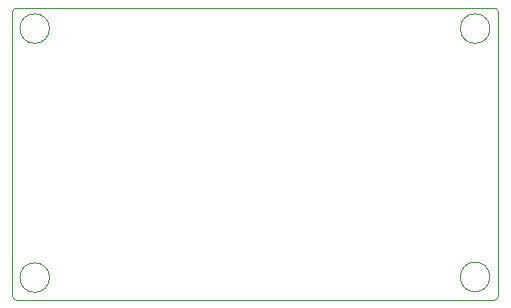
<source format=gm1>
%TF.GenerationSoftware,KiCad,Pcbnew,5.1.10-88a1d61d58~88~ubuntu20.04.1*%
%TF.CreationDate,2021-06-25T21:15:04-07:00*%
%TF.ProjectId,BACEE,42414345-452e-46b6-9963-61645f706362,1*%
%TF.SameCoordinates,Original*%
%TF.FileFunction,Profile,NP*%
%FSLAX46Y46*%
G04 Gerber Fmt 4.6, Leading zero omitted, Abs format (unit mm)*
G04 Created by KiCad (PCBNEW 5.1.10-88a1d61d58~88~ubuntu20.04.1) date 2021-06-25 21:15:04*
%MOMM*%
%LPD*%
G01*
G04 APERTURE LIST*
%TA.AperFunction,Profile*%
%ADD10C,0.050000*%
%TD*%
G04 APERTURE END LIST*
D10*
X107218800Y-96113600D02*
G75*
G03*
X107218800Y-96113600I-1250000J0D01*
G01*
X107218800Y-117144800D02*
G75*
G03*
X107218800Y-117144800I-1250000J0D01*
G01*
X69931600Y-117195600D02*
G75*
G03*
X69931600Y-117195600I-1250000J0D01*
G01*
X69931600Y-96113600D02*
G75*
G03*
X69931600Y-96113600I-1250000J0D01*
G01*
X66802000Y-94742000D02*
X66802000Y-118745000D01*
X107569000Y-94361000D02*
X67183000Y-94361000D01*
X107950000Y-118745000D02*
X107950000Y-94742000D01*
X67183000Y-119126000D02*
X107569000Y-119126000D01*
X107569000Y-94361000D02*
G75*
G02*
X107950000Y-94742000I0J-381000D01*
G01*
X107950000Y-118745000D02*
G75*
G02*
X107569000Y-119126000I-381000J0D01*
G01*
X67183000Y-119126000D02*
G75*
G02*
X66802000Y-118745000I0J381000D01*
G01*
X66802000Y-94742000D02*
G75*
G02*
X67183000Y-94361000I381000J0D01*
G01*
M02*

</source>
